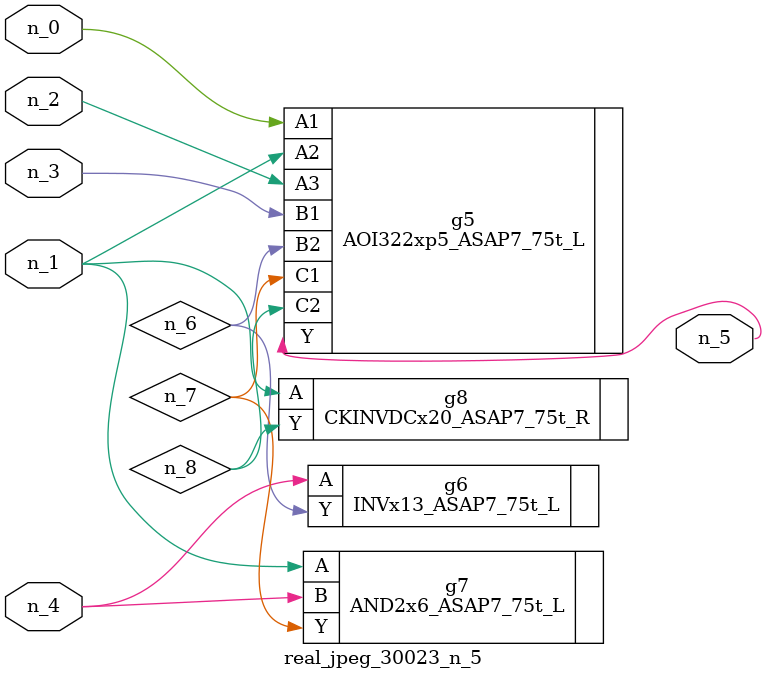
<source format=v>
module real_jpeg_30023_n_5 (n_4, n_0, n_1, n_2, n_3, n_5);

input n_4;
input n_0;
input n_1;
input n_2;
input n_3;

output n_5;

wire n_8;
wire n_6;
wire n_7;

AOI322xp5_ASAP7_75t_L g5 ( 
.A1(n_0),
.A2(n_1),
.A3(n_2),
.B1(n_3),
.B2(n_6),
.C1(n_7),
.C2(n_8),
.Y(n_5)
);

AND2x6_ASAP7_75t_L g7 ( 
.A(n_1),
.B(n_4),
.Y(n_7)
);

CKINVDCx20_ASAP7_75t_R g8 ( 
.A(n_1),
.Y(n_8)
);

INVx13_ASAP7_75t_L g6 ( 
.A(n_4),
.Y(n_6)
);


endmodule
</source>
